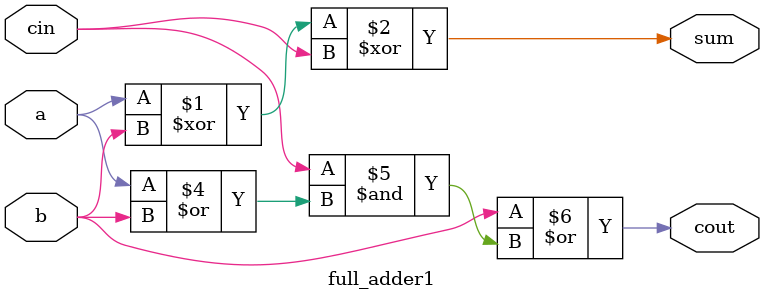
<source format=v>
module full_adder1(a,b,cin,sum,cout);
input a,b,cin;
output sum,cout;
assign sum = a^b^cin;
assign cout = 1'b1&b|cin&(a|b); 
// initial begin
//     $display("The incorrect adder with and0 having in1/1");
// end   
endmodule
</source>
